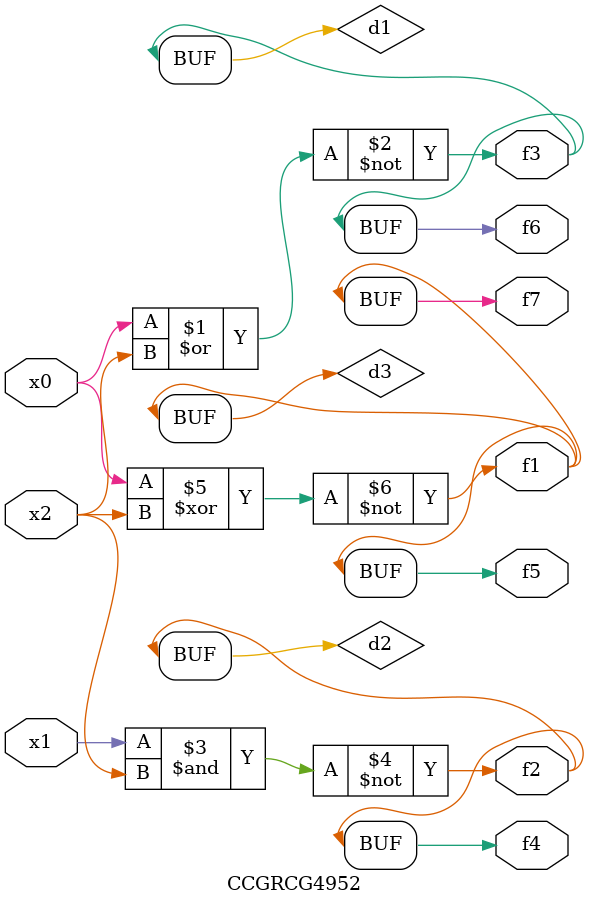
<source format=v>
module CCGRCG4952(
	input x0, x1, x2,
	output f1, f2, f3, f4, f5, f6, f7
);

	wire d1, d2, d3;

	nor (d1, x0, x2);
	nand (d2, x1, x2);
	xnor (d3, x0, x2);
	assign f1 = d3;
	assign f2 = d2;
	assign f3 = d1;
	assign f4 = d2;
	assign f5 = d3;
	assign f6 = d1;
	assign f7 = d3;
endmodule

</source>
